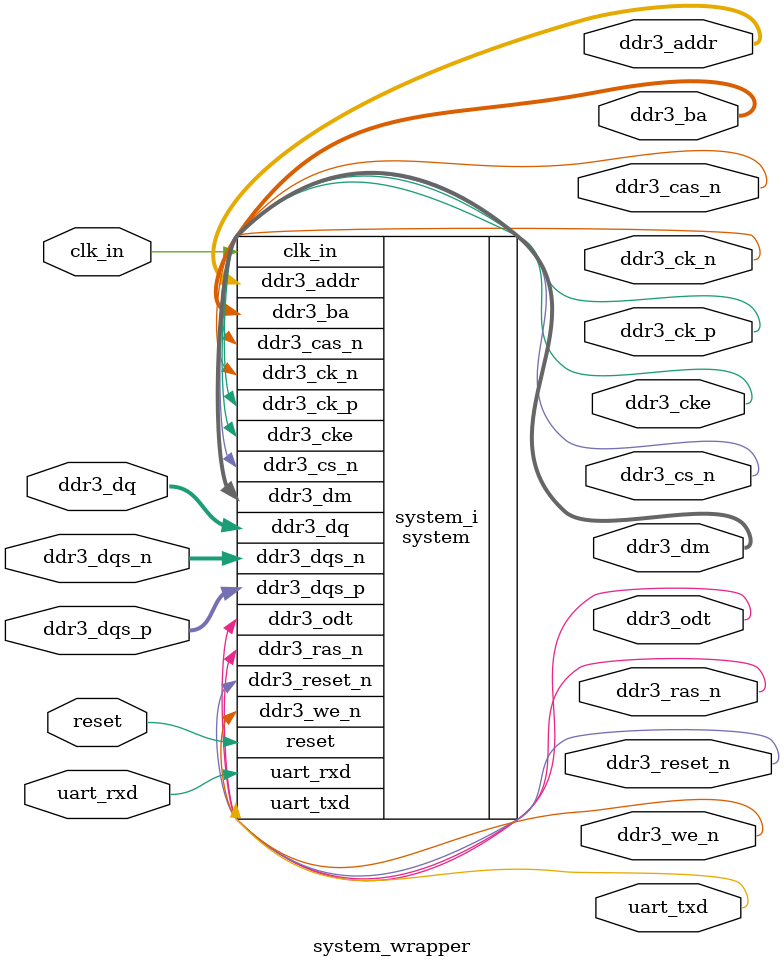
<source format=v>
`timescale 1 ps / 1 ps

module system_wrapper
   (clk_in,
    ddr3_addr,
    ddr3_ba,
    ddr3_cas_n,
    ddr3_ck_n,
    ddr3_ck_p,
    ddr3_cke,
    ddr3_cs_n,
    ddr3_dm,
    ddr3_dq,
    ddr3_dqs_n,
    ddr3_dqs_p,
    ddr3_odt,
    ddr3_ras_n,
    ddr3_reset_n,
    ddr3_we_n,
    reset,
    uart_rxd,
    uart_txd);
  input clk_in;
  output [13:0]ddr3_addr;
  output [2:0]ddr3_ba;
  output ddr3_cas_n;
  output [0:0]ddr3_ck_n;
  output [0:0]ddr3_ck_p;
  output [0:0]ddr3_cke;
  output [0:0]ddr3_cs_n;
  output [1:0]ddr3_dm;
  inout [15:0]ddr3_dq;
  inout [1:0]ddr3_dqs_n;
  inout [1:0]ddr3_dqs_p;
  output [0:0]ddr3_odt;
  output ddr3_ras_n;
  output ddr3_reset_n;
  output ddr3_we_n;
  input reset;
  input uart_rxd;
  output uart_txd;

  wire clk_in;
  wire [13:0]ddr3_addr;
  wire [2:0]ddr3_ba;
  wire ddr3_cas_n;
  wire [0:0]ddr3_ck_n;
  wire [0:0]ddr3_ck_p;
  wire [0:0]ddr3_cke;
  wire [0:0]ddr3_cs_n;
  wire [1:0]ddr3_dm;
  wire [15:0]ddr3_dq;
  wire [1:0]ddr3_dqs_n;
  wire [1:0]ddr3_dqs_p;
  wire [0:0]ddr3_odt;
  wire ddr3_ras_n;
  wire ddr3_reset_n;
  wire ddr3_we_n;
  wire reset;
  wire uart_rxd;
  wire uart_txd;

  system system_i
       (.clk_in(clk_in),
        .ddr3_addr(ddr3_addr),
        .ddr3_ba(ddr3_ba),
        .ddr3_cas_n(ddr3_cas_n),
        .ddr3_ck_n(ddr3_ck_n),
        .ddr3_ck_p(ddr3_ck_p),
        .ddr3_cke(ddr3_cke),
        .ddr3_cs_n(ddr3_cs_n),
        .ddr3_dm(ddr3_dm),
        .ddr3_dq(ddr3_dq),
        .ddr3_dqs_n(ddr3_dqs_n),
        .ddr3_dqs_p(ddr3_dqs_p),
        .ddr3_odt(ddr3_odt),
        .ddr3_ras_n(ddr3_ras_n),
        .ddr3_reset_n(ddr3_reset_n),
        .ddr3_we_n(ddr3_we_n),
        .reset(reset),
        .uart_rxd(uart_rxd),
        .uart_txd(uart_txd));
endmodule

</source>
